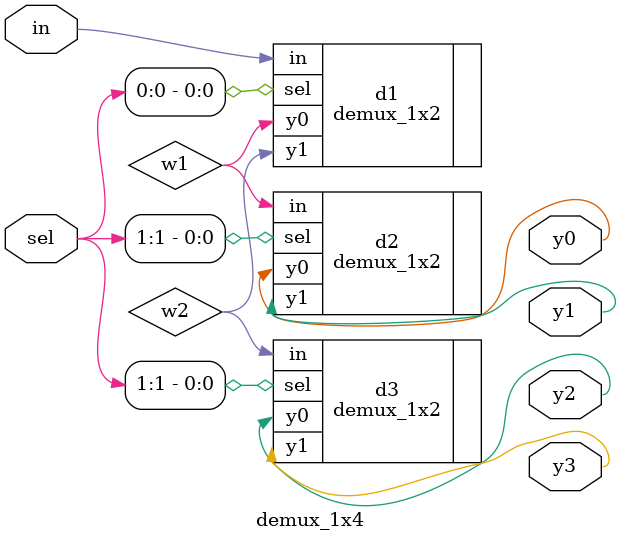
<source format=v>
`timescale 1ns / 1ps
`include "demux_1x2.v"
module demux_1x4(
    input in,
    input [1:0]sel,
    output wire y0,
    output wire y1,
    output wire y2,
    output wire y3
    );
    wire w1,w2;
    demux_1x2 d1(.in(in),.sel(sel[0]),.y0(w1),.y1(w2));
    demux_1x2 d2(.in(w1),.sel(sel[1]),.y0(y0),.y1(y1));
    demux_1x2 d3(.in(w2),.sel(sel[1]),.y0(y2),.y1(y3));
endmodule
</source>
